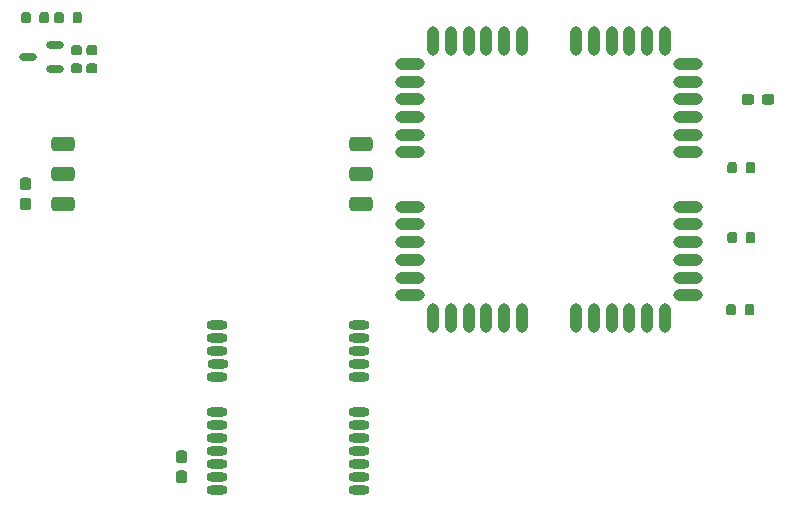
<source format=gtp>
%FSLAX24Y24*%
%MOIN*%
G70*
G01*
G75*
G04 Layer_Color=8421504*
%ADD10C,0.0079*%
G04:AMPARAMS|DCode=11|XSize=28mil|YSize=35.8mil|CornerRadius=2.8mil|HoleSize=0mil|Usage=FLASHONLY|Rotation=0.000|XOffset=0mil|YOffset=0mil|HoleType=Round|Shape=RoundedRectangle|*
%AMROUNDEDRECTD11*
21,1,0.0280,0.0302,0,0,0.0*
21,1,0.0224,0.0358,0,0,0.0*
1,1,0.0056,0.0112,-0.0151*
1,1,0.0056,-0.0112,-0.0151*
1,1,0.0056,-0.0112,0.0151*
1,1,0.0056,0.0112,0.0151*
%
%ADD11ROUNDEDRECTD11*%
G04:AMPARAMS|DCode=12|XSize=41mil|YSize=36mil|CornerRadius=1.8mil|HoleSize=0mil|Usage=FLASHONLY|Rotation=0.000|XOffset=0mil|YOffset=0mil|HoleType=Round|Shape=RoundedRectangle|*
%AMROUNDEDRECTD12*
21,1,0.0410,0.0324,0,0,0.0*
21,1,0.0374,0.0360,0,0,0.0*
1,1,0.0036,0.0187,-0.0162*
1,1,0.0036,-0.0187,-0.0162*
1,1,0.0036,-0.0187,0.0162*
1,1,0.0036,0.0187,0.0162*
%
%ADD12ROUNDEDRECTD12*%
G04:AMPARAMS|DCode=13|XSize=41mil|YSize=36mil|CornerRadius=1.8mil|HoleSize=0mil|Usage=FLASHONLY|Rotation=270.000|XOffset=0mil|YOffset=0mil|HoleType=Round|Shape=RoundedRectangle|*
%AMROUNDEDRECTD13*
21,1,0.0410,0.0324,0,0,270.0*
21,1,0.0374,0.0360,0,0,270.0*
1,1,0.0036,-0.0162,-0.0187*
1,1,0.0036,-0.0162,0.0187*
1,1,0.0036,0.0162,0.0187*
1,1,0.0036,0.0162,-0.0187*
%
%ADD13ROUNDEDRECTD13*%
%ADD14O,0.0394X0.0984*%
%ADD15O,0.0984X0.0394*%
G04:AMPARAMS|DCode=16|XSize=28mil|YSize=35.8mil|CornerRadius=2.8mil|HoleSize=0mil|Usage=FLASHONLY|Rotation=270.000|XOffset=0mil|YOffset=0mil|HoleType=Round|Shape=RoundedRectangle|*
%AMROUNDEDRECTD16*
21,1,0.0280,0.0302,0,0,270.0*
21,1,0.0224,0.0358,0,0,270.0*
1,1,0.0056,-0.0151,-0.0112*
1,1,0.0056,-0.0151,0.0112*
1,1,0.0056,0.0151,0.0112*
1,1,0.0056,0.0151,-0.0112*
%
%ADD16ROUNDEDRECTD16*%
%ADD17O,0.0591X0.0281*%
G04:AMPARAMS|DCode=18|XSize=78.7mil|YSize=47.2mil|CornerRadius=11.8mil|HoleSize=0mil|Usage=FLASHONLY|Rotation=180.000|XOffset=0mil|YOffset=0mil|HoleType=Round|Shape=RoundedRectangle|*
%AMROUNDEDRECTD18*
21,1,0.0787,0.0236,0,0,180.0*
21,1,0.0551,0.0472,0,0,180.0*
1,1,0.0236,-0.0276,0.0118*
1,1,0.0236,0.0276,0.0118*
1,1,0.0236,0.0276,-0.0118*
1,1,0.0236,-0.0276,-0.0118*
%
%ADD18ROUNDEDRECTD18*%
%ADD19C,0.0472*%
%ADD20O,0.0709X0.0315*%
%ADD21C,0.0157*%
%ADD22C,0.0118*%
%ADD23C,0.0394*%
%ADD24C,0.0197*%
%ADD25C,0.0600*%
%ADD26R,0.0600X0.0600*%
%ADD27O,0.0984X0.2165*%
%ADD28C,0.0709*%
%ADD29R,0.0600X0.0600*%
%ADD30C,0.0669*%
%ADD31C,0.0315*%
%ADD32C,0.0394*%
%ADD33O,0.0281X0.0591*%
G04:AMPARAMS|DCode=34|XSize=94.5mil|YSize=110.2mil|CornerRadius=23.6mil|HoleSize=0mil|Usage=FLASHONLY|Rotation=180.000|XOffset=0mil|YOffset=0mil|HoleType=Round|Shape=RoundedRectangle|*
%AMROUNDEDRECTD34*
21,1,0.0945,0.0630,0,0,180.0*
21,1,0.0472,0.1102,0,0,180.0*
1,1,0.0472,-0.0236,0.0315*
1,1,0.0472,0.0236,0.0315*
1,1,0.0472,0.0236,-0.0315*
1,1,0.0472,-0.0236,-0.0315*
%
%ADD34ROUNDEDRECTD34*%
G04:AMPARAMS|DCode=35|XSize=51.2mil|YSize=72mil|CornerRadius=2.6mil|HoleSize=0mil|Usage=FLASHONLY|Rotation=90.000|XOffset=0mil|YOffset=0mil|HoleType=Round|Shape=RoundedRectangle|*
%AMROUNDEDRECTD35*
21,1,0.0512,0.0669,0,0,90.0*
21,1,0.0461,0.0720,0,0,90.0*
1,1,0.0051,0.0335,0.0230*
1,1,0.0051,0.0335,-0.0230*
1,1,0.0051,-0.0335,-0.0230*
1,1,0.0051,-0.0335,0.0230*
%
%ADD35ROUNDEDRECTD35*%
G04:AMPARAMS|DCode=36|XSize=54mil|YSize=50mil|CornerRadius=12.5mil|HoleSize=0mil|Usage=FLASHONLY|Rotation=180.000|XOffset=0mil|YOffset=0mil|HoleType=Round|Shape=RoundedRectangle|*
%AMROUNDEDRECTD36*
21,1,0.0540,0.0250,0,0,180.0*
21,1,0.0290,0.0500,0,0,180.0*
1,1,0.0250,-0.0145,0.0125*
1,1,0.0250,0.0145,0.0125*
1,1,0.0250,0.0145,-0.0125*
1,1,0.0250,-0.0145,-0.0125*
%
%ADD36ROUNDEDRECTD36*%
G04:AMPARAMS|DCode=37|XSize=70.9mil|YSize=51.2mil|CornerRadius=12.8mil|HoleSize=0mil|Usage=FLASHONLY|Rotation=90.000|XOffset=0mil|YOffset=0mil|HoleType=Round|Shape=RoundedRectangle|*
%AMROUNDEDRECTD37*
21,1,0.0709,0.0256,0,0,90.0*
21,1,0.0453,0.0512,0,0,90.0*
1,1,0.0256,0.0128,0.0226*
1,1,0.0256,0.0128,-0.0226*
1,1,0.0256,-0.0128,-0.0226*
1,1,0.0256,-0.0128,0.0226*
%
%ADD37ROUNDEDRECTD37*%
%ADD38C,0.0070*%
%ADD39C,0.0071*%
%ADD40C,0.0098*%
%ADD41C,0.0100*%
%ADD42C,0.0039*%
G36*
X10991Y23093D02*
X11021Y23073D01*
X11041Y23043D01*
X11048Y23008D01*
Y22778D01*
X11041Y22743D01*
X11021Y22713D01*
X10991Y22694D01*
X10956Y22687D01*
X10776D01*
X10741Y22694D01*
X10711Y22713D01*
X10691Y22743D01*
X10684Y22778D01*
Y23008D01*
X10691Y23043D01*
X10711Y23073D01*
X10741Y23093D01*
X10776Y23100D01*
X10956D01*
X10991Y23093D01*
D02*
G37*
G36*
X35141Y21947D02*
X35167Y21929D01*
X35185Y21903D01*
X35191Y21872D01*
Y21672D01*
X35185Y21640D01*
X35167Y21614D01*
X35141Y21596D01*
X35109Y21590D01*
X34949D01*
X34918Y21596D01*
X34892Y21614D01*
X34874Y21640D01*
X34868Y21672D01*
Y21872D01*
X34874Y21903D01*
X34892Y21929D01*
X34918Y21947D01*
X34949Y21953D01*
X35109D01*
X35141Y21947D01*
D02*
G37*
G36*
X10991Y23763D02*
X11021Y23743D01*
X11041Y23713D01*
X11048Y23678D01*
Y23448D01*
X11041Y23413D01*
X11021Y23383D01*
X10991Y23364D01*
X10956Y23357D01*
X10776D01*
X10741Y23364D01*
X10711Y23383D01*
X10691Y23413D01*
X10684Y23448D01*
Y23678D01*
X10691Y23713D01*
X10711Y23743D01*
X10741Y23763D01*
X10776Y23770D01*
X10956D01*
X10991Y23763D01*
D02*
G37*
G36*
X35141Y24270D02*
X35167Y24252D01*
X35185Y24226D01*
X35191Y24194D01*
Y23994D01*
X35185Y23963D01*
X35167Y23937D01*
X35141Y23919D01*
X35109Y23913D01*
X34949D01*
X34918Y23919D01*
X34892Y23937D01*
X34874Y23963D01*
X34868Y23994D01*
Y24194D01*
X34874Y24226D01*
X34892Y24252D01*
X34918Y24270D01*
X34949Y24276D01*
X35109D01*
X35141Y24270D01*
D02*
G37*
G36*
X34531D02*
X34557Y24252D01*
X34575Y24226D01*
X34581Y24194D01*
Y23994D01*
X34575Y23963D01*
X34557Y23937D01*
X34531Y23919D01*
X34499Y23913D01*
X34339D01*
X34308Y23919D01*
X34282Y23937D01*
X34264Y23963D01*
X34258Y23994D01*
Y24194D01*
X34264Y24226D01*
X34282Y24252D01*
X34308Y24270D01*
X34339Y24276D01*
X34499D01*
X34531Y24270D01*
D02*
G37*
G36*
X16188Y14669D02*
X16218Y14649D01*
X16238Y14619D01*
X16245Y14584D01*
Y14354D01*
X16238Y14319D01*
X16218Y14289D01*
X16188Y14269D01*
X16153Y14262D01*
X15973D01*
X15938Y14269D01*
X15908Y14289D01*
X15888Y14319D01*
X15881Y14354D01*
Y14584D01*
X15888Y14619D01*
X15908Y14649D01*
X15938Y14669D01*
X15973Y14676D01*
X16153D01*
X16188Y14669D01*
D02*
G37*
G36*
Y13999D02*
X16218Y13979D01*
X16238Y13949D01*
X16245Y13914D01*
Y13684D01*
X16238Y13649D01*
X16218Y13619D01*
X16188Y13599D01*
X16153Y13592D01*
X15973D01*
X15938Y13599D01*
X15908Y13619D01*
X15888Y13649D01*
X15881Y13684D01*
Y13914D01*
X15888Y13949D01*
X15908Y13979D01*
X15938Y13999D01*
X15973Y14006D01*
X16153D01*
X16188Y13999D01*
D02*
G37*
G36*
X34491Y19545D02*
X34518Y19528D01*
X34535Y19501D01*
X34542Y19470D01*
Y19270D01*
X34535Y19239D01*
X34518Y19212D01*
X34491Y19195D01*
X34460Y19189D01*
X34300D01*
X34269Y19195D01*
X34242Y19212D01*
X34225Y19239D01*
X34218Y19270D01*
Y19470D01*
X34225Y19501D01*
X34242Y19528D01*
X34269Y19545D01*
X34300Y19552D01*
X34460D01*
X34491Y19545D01*
D02*
G37*
G36*
X34531Y21947D02*
X34557Y21929D01*
X34575Y21903D01*
X34581Y21872D01*
Y21672D01*
X34575Y21640D01*
X34557Y21614D01*
X34531Y21596D01*
X34499Y21590D01*
X34339D01*
X34308Y21596D01*
X34282Y21614D01*
X34264Y21640D01*
X34258Y21672D01*
Y21872D01*
X34264Y21903D01*
X34282Y21929D01*
X34308Y21947D01*
X34339Y21953D01*
X34499D01*
X34531Y21947D01*
D02*
G37*
G36*
X35101Y19545D02*
X35128Y19528D01*
X35145Y19501D01*
X35152Y19470D01*
Y19270D01*
X35145Y19239D01*
X35128Y19212D01*
X35101Y19195D01*
X35070Y19189D01*
X34910D01*
X34879Y19195D01*
X34852Y19212D01*
X34835Y19239D01*
X34828Y19270D01*
Y19470D01*
X34835Y19501D01*
X34852Y19528D01*
X34879Y19545D01*
X34910Y19552D01*
X35070D01*
X35101Y19545D01*
D02*
G37*
G36*
X10987Y29270D02*
X11014Y29252D01*
X11031Y29226D01*
X11038Y29194D01*
Y28994D01*
X11031Y28963D01*
X11014Y28937D01*
X10987Y28919D01*
X10956Y28913D01*
X10796D01*
X10765Y28919D01*
X10738Y28937D01*
X10721Y28963D01*
X10715Y28994D01*
Y29194D01*
X10721Y29226D01*
X10738Y29252D01*
X10765Y29270D01*
X10796Y29276D01*
X10956D01*
X10987Y29270D01*
D02*
G37*
G36*
X12690Y28177D02*
X12717Y28159D01*
X12734Y28133D01*
X12741Y28102D01*
Y27942D01*
X12734Y27910D01*
X12717Y27884D01*
X12690Y27866D01*
X12659Y27860D01*
X12459D01*
X12428Y27866D01*
X12401Y27884D01*
X12384Y27910D01*
X12377Y27942D01*
Y28102D01*
X12384Y28133D01*
X12401Y28159D01*
X12428Y28177D01*
X12459Y28183D01*
X12659D01*
X12690Y28177D01*
D02*
G37*
G36*
X11597Y29270D02*
X11624Y29252D01*
X11641Y29226D01*
X11648Y29194D01*
Y28994D01*
X11641Y28963D01*
X11624Y28937D01*
X11597Y28919D01*
X11566Y28913D01*
X11406D01*
X11375Y28919D01*
X11348Y28937D01*
X11331Y28963D01*
X11325Y28994D01*
Y29194D01*
X11331Y29226D01*
X11348Y29252D01*
X11375Y29270D01*
X11406Y29276D01*
X11566D01*
X11597Y29270D01*
D02*
G37*
G36*
X12700D02*
X12726Y29252D01*
X12744Y29226D01*
X12750Y29194D01*
Y28994D01*
X12744Y28963D01*
X12726Y28937D01*
X12700Y28919D01*
X12668Y28913D01*
X12508D01*
X12477Y28919D01*
X12451Y28937D01*
X12433Y28963D01*
X12427Y28994D01*
Y29194D01*
X12433Y29226D01*
X12451Y29252D01*
X12477Y29270D01*
X12508Y29276D01*
X12668D01*
X12700Y29270D01*
D02*
G37*
G36*
X12090D02*
X12116Y29252D01*
X12134Y29226D01*
X12140Y29194D01*
Y28994D01*
X12134Y28963D01*
X12116Y28937D01*
X12090Y28919D01*
X12058Y28913D01*
X11898D01*
X11867Y28919D01*
X11841Y28937D01*
X11823Y28963D01*
X11817Y28994D01*
Y29194D01*
X11823Y29226D01*
X11841Y29252D01*
X11867Y29270D01*
X11898Y29276D01*
X12058D01*
X12090Y29270D01*
D02*
G37*
G36*
X35761Y26553D02*
X35790Y26533D01*
X35810Y26503D01*
X35817Y26468D01*
Y26288D01*
X35810Y26253D01*
X35790Y26223D01*
X35761Y26203D01*
X35726Y26196D01*
X35496D01*
X35460Y26203D01*
X35431Y26223D01*
X35411Y26253D01*
X35404Y26288D01*
Y26468D01*
X35411Y26503D01*
X35431Y26533D01*
X35460Y26553D01*
X35496Y26560D01*
X35726D01*
X35761Y26553D01*
D02*
G37*
G36*
X35091D02*
X35120Y26533D01*
X35140Y26503D01*
X35147Y26468D01*
Y26288D01*
X35140Y26253D01*
X35120Y26223D01*
X35091Y26203D01*
X35056Y26196D01*
X34826D01*
X34790Y26203D01*
X34761Y26223D01*
X34741Y26253D01*
X34734Y26288D01*
Y26468D01*
X34741Y26503D01*
X34761Y26533D01*
X34790Y26553D01*
X34826Y26560D01*
X35056D01*
X35091Y26553D01*
D02*
G37*
G36*
X13202Y27567D02*
X13229Y27549D01*
X13246Y27523D01*
X13252Y27492D01*
Y27332D01*
X13246Y27300D01*
X13229Y27274D01*
X13202Y27256D01*
X13171Y27250D01*
X12971D01*
X12940Y27256D01*
X12913Y27274D01*
X12896Y27300D01*
X12889Y27332D01*
Y27492D01*
X12896Y27523D01*
X12913Y27549D01*
X12940Y27567D01*
X12971Y27573D01*
X13171D01*
X13202Y27567D01*
D02*
G37*
G36*
Y28177D02*
X13229Y28159D01*
X13246Y28133D01*
X13252Y28102D01*
Y27942D01*
X13246Y27910D01*
X13229Y27884D01*
X13202Y27866D01*
X13171Y27860D01*
X12971D01*
X12940Y27866D01*
X12913Y27884D01*
X12896Y27910D01*
X12889Y27942D01*
Y28102D01*
X12896Y28133D01*
X12913Y28159D01*
X12940Y28177D01*
X12971Y28183D01*
X13171D01*
X13202Y28177D01*
D02*
G37*
G36*
X12690Y27567D02*
X12717Y27549D01*
X12734Y27523D01*
X12741Y27492D01*
Y27332D01*
X12734Y27300D01*
X12717Y27274D01*
X12690Y27256D01*
X12659Y27250D01*
X12459D01*
X12428Y27256D01*
X12401Y27274D01*
X12384Y27300D01*
X12377Y27332D01*
Y27492D01*
X12384Y27523D01*
X12401Y27549D01*
X12428Y27567D01*
X12459Y27573D01*
X12659D01*
X12690Y27567D01*
D02*
G37*
D14*
X24449Y19075D02*
D03*
Y28327D02*
D03*
X31575Y19075D02*
D03*
X32165D02*
D03*
X30984D02*
D03*
X30394D02*
D03*
X29803D02*
D03*
X29213D02*
D03*
X25630D02*
D03*
X27402D02*
D03*
X26811D02*
D03*
X26220D02*
D03*
X25039D02*
D03*
X30984Y28327D02*
D03*
X31575D02*
D03*
X32165D02*
D03*
X29213D02*
D03*
X29803D02*
D03*
X30394D02*
D03*
X25039D02*
D03*
X25630D02*
D03*
X26220D02*
D03*
X26811D02*
D03*
X27402D02*
D03*
D15*
X32933Y27559D02*
D03*
Y24606D02*
D03*
Y21614D02*
D03*
X23681Y27559D02*
D03*
Y24606D02*
D03*
Y21614D02*
D03*
X32933Y26969D02*
D03*
Y26378D02*
D03*
Y25787D02*
D03*
Y25197D02*
D03*
Y22795D02*
D03*
Y22205D02*
D03*
Y21024D02*
D03*
Y20433D02*
D03*
Y19843D02*
D03*
X23681Y26969D02*
D03*
Y26378D02*
D03*
Y25787D02*
D03*
Y25197D02*
D03*
Y22795D02*
D03*
Y22205D02*
D03*
Y20433D02*
D03*
Y21024D02*
D03*
Y19843D02*
D03*
D17*
X11845Y27402D02*
D03*
Y28202D02*
D03*
X10935Y27802D02*
D03*
D18*
X22047Y24882D02*
D03*
Y22882D02*
D03*
X12097Y24882D02*
D03*
Y22882D02*
D03*
X22047Y23882D02*
D03*
X12097D02*
D03*
D20*
X21969Y15945D02*
D03*
Y17126D02*
D03*
X21988Y17559D02*
D03*
X21969Y17992D02*
D03*
Y18425D02*
D03*
Y13346D02*
D03*
Y13780D02*
D03*
Y14213D02*
D03*
Y14646D02*
D03*
Y15079D02*
D03*
Y18858D02*
D03*
Y15512D02*
D03*
X17244Y18858D02*
D03*
Y18425D02*
D03*
Y17992D02*
D03*
X17264Y17559D02*
D03*
X17244Y17126D02*
D03*
X17244Y15512D02*
D03*
Y15079D02*
D03*
Y14646D02*
D03*
Y14213D02*
D03*
Y13780D02*
D03*
Y13346D02*
D03*
Y15945D02*
D03*
M02*

</source>
